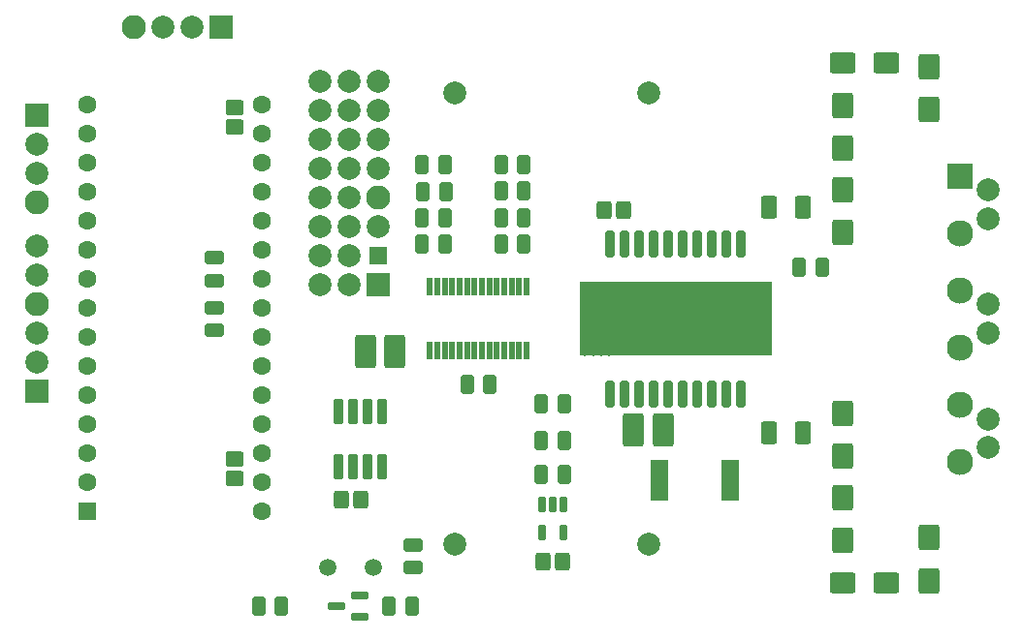
<source format=gbs>
G04 Layer_Color=16711935*
%FSLAX43Y43*%
%MOMM*%
G71*
G01*
G75*
%ADD24C,1.500*%
%ADD63C,2.000*%
%ADD64R,1.500X1.500*%
%ADD65R,2.000X2.000*%
%ADD66C,2.103*%
%ADD67C,1.600*%
%ADD68R,1.500X1.500*%
%ADD69R,2.000X2.000*%
%ADD70C,0.100*%
%ADD71C,2.300*%
%ADD72R,2.300X2.300*%
%ADD73C,0.800*%
G04:AMPARAMS|DCode=74|XSize=1.63mm|YSize=1.12mm|CornerRadius=0.177mm|HoleSize=0mm|Usage=FLASHONLY|Rotation=90.000|XOffset=0mm|YOffset=0mm|HoleType=Round|Shape=RoundedRectangle|*
%AMROUNDEDRECTD74*
21,1,1.630,0.765,0,0,90.0*
21,1,1.275,1.120,0,0,90.0*
1,1,0.355,0.383,0.637*
1,1,0.355,0.383,-0.637*
1,1,0.355,-0.383,-0.637*
1,1,0.355,-0.383,0.637*
%
%ADD74ROUNDEDRECTD74*%
G04:AMPARAMS|DCode=75|XSize=0.71mm|YSize=1.45mm|CornerRadius=0.126mm|HoleSize=0mm|Usage=FLASHONLY|Rotation=90.000|XOffset=0mm|YOffset=0mm|HoleType=Round|Shape=RoundedRectangle|*
%AMROUNDEDRECTD75*
21,1,0.710,1.198,0,0,90.0*
21,1,0.458,1.450,0,0,90.0*
1,1,0.253,0.599,0.229*
1,1,0.253,0.599,-0.229*
1,1,0.253,-0.599,-0.229*
1,1,0.253,-0.599,0.229*
%
%ADD75ROUNDEDRECTD75*%
G04:AMPARAMS|DCode=76|XSize=1.31mm|YSize=1.56mm|CornerRadius=0.201mm|HoleSize=0mm|Usage=FLASHONLY|Rotation=90.000|XOffset=0mm|YOffset=0mm|HoleType=Round|Shape=RoundedRectangle|*
%AMROUNDEDRECTD76*
21,1,1.310,1.157,0,0,90.0*
21,1,0.907,1.560,0,0,90.0*
1,1,0.403,0.579,0.454*
1,1,0.403,0.579,-0.454*
1,1,0.403,-0.579,-0.454*
1,1,0.403,-0.579,0.454*
%
%ADD76ROUNDEDRECTD76*%
G04:AMPARAMS|DCode=77|XSize=0.81mm|YSize=2.29mm|CornerRadius=0.139mm|HoleSize=0mm|Usage=FLASHONLY|Rotation=0.000|XOffset=0mm|YOffset=0mm|HoleType=Round|Shape=RoundedRectangle|*
%AMROUNDEDRECTD77*
21,1,0.810,2.013,0,0,0.0*
21,1,0.532,2.290,0,0,0.0*
1,1,0.278,0.266,-1.006*
1,1,0.278,-0.266,-1.006*
1,1,0.278,-0.266,1.006*
1,1,0.278,0.266,1.006*
%
%ADD77ROUNDEDRECTD77*%
%ADD78R,16.750X6.450*%
G04:AMPARAMS|DCode=79|XSize=1.57mm|YSize=0.51mm|CornerRadius=0.101mm|HoleSize=0mm|Usage=FLASHONLY|Rotation=270.000|XOffset=0mm|YOffset=0mm|HoleType=Round|Shape=RoundedRectangle|*
%AMROUNDEDRECTD79*
21,1,1.570,0.307,0,0,270.0*
21,1,1.367,0.510,0,0,270.0*
1,1,0.203,-0.154,-0.684*
1,1,0.203,-0.154,0.684*
1,1,0.203,0.154,0.684*
1,1,0.203,0.154,-0.684*
%
%ADD79ROUNDEDRECTD79*%
G04:AMPARAMS|DCode=80|XSize=0.71mm|YSize=1.36mm|CornerRadius=0.126mm|HoleSize=0mm|Usage=FLASHONLY|Rotation=180.000|XOffset=0mm|YOffset=0mm|HoleType=Round|Shape=RoundedRectangle|*
%AMROUNDEDRECTD80*
21,1,0.710,1.107,0,0,180.0*
21,1,0.458,1.360,0,0,180.0*
1,1,0.253,-0.229,0.554*
1,1,0.253,0.229,0.554*
1,1,0.253,0.229,-0.554*
1,1,0.253,-0.229,-0.554*
%
%ADD80ROUNDEDRECTD80*%
%ADD81R,1.550X3.530*%
G04:AMPARAMS|DCode=82|XSize=1.63mm|YSize=1.12mm|CornerRadius=0.177mm|HoleSize=0mm|Usage=FLASHONLY|Rotation=180.000|XOffset=0mm|YOffset=0mm|HoleType=Round|Shape=RoundedRectangle|*
%AMROUNDEDRECTD82*
21,1,1.630,0.765,0,0,180.0*
21,1,1.275,1.120,0,0,180.0*
1,1,0.355,-0.637,0.383*
1,1,0.355,0.637,0.383*
1,1,0.355,0.637,-0.383*
1,1,0.355,-0.637,-0.383*
%
%ADD82ROUNDEDRECTD82*%
G04:AMPARAMS|DCode=83|XSize=1.86mm|YSize=2.92mm|CornerRadius=0.27mm|HoleSize=0mm|Usage=FLASHONLY|Rotation=0.000|XOffset=0mm|YOffset=0mm|HoleType=Round|Shape=RoundedRectangle|*
%AMROUNDEDRECTD83*
21,1,1.860,2.380,0,0,0.0*
21,1,1.320,2.920,0,0,0.0*
1,1,0.540,0.660,-1.190*
1,1,0.540,-0.660,-1.190*
1,1,0.540,-0.660,1.190*
1,1,0.540,0.660,1.190*
%
%ADD83ROUNDEDRECTD83*%
G04:AMPARAMS|DCode=84|XSize=1.31mm|YSize=1.56mm|CornerRadius=0.201mm|HoleSize=0mm|Usage=FLASHONLY|Rotation=180.000|XOffset=0mm|YOffset=0mm|HoleType=Round|Shape=RoundedRectangle|*
%AMROUNDEDRECTD84*
21,1,1.310,1.157,0,0,180.0*
21,1,0.907,1.560,0,0,180.0*
1,1,0.403,-0.454,0.579*
1,1,0.403,0.454,0.579*
1,1,0.403,0.454,-0.579*
1,1,0.403,-0.454,-0.579*
%
%ADD84ROUNDEDRECTD84*%
G04:AMPARAMS|DCode=85|XSize=0.78mm|YSize=2.27mm|CornerRadius=0.135mm|HoleSize=0mm|Usage=FLASHONLY|Rotation=180.000|XOffset=0mm|YOffset=0mm|HoleType=Round|Shape=RoundedRectangle|*
%AMROUNDEDRECTD85*
21,1,0.780,2.000,0,0,180.0*
21,1,0.510,2.270,0,0,180.0*
1,1,0.270,-0.255,1.000*
1,1,0.270,0.255,1.000*
1,1,0.270,0.255,-1.000*
1,1,0.270,-0.255,-1.000*
%
%ADD85ROUNDEDRECTD85*%
G04:AMPARAMS|DCode=86|XSize=1.84mm|YSize=2.27mm|CornerRadius=0.268mm|HoleSize=0mm|Usage=FLASHONLY|Rotation=0.000|XOffset=0mm|YOffset=0mm|HoleType=Round|Shape=RoundedRectangle|*
%AMROUNDEDRECTD86*
21,1,1.840,1.735,0,0,0.0*
21,1,1.305,2.270,0,0,0.0*
1,1,0.535,0.652,-0.868*
1,1,0.535,-0.652,-0.868*
1,1,0.535,-0.652,0.868*
1,1,0.535,0.652,0.868*
%
%ADD86ROUNDEDRECTD86*%
G04:AMPARAMS|DCode=87|XSize=1.84mm|YSize=2.27mm|CornerRadius=0.268mm|HoleSize=0mm|Usage=FLASHONLY|Rotation=270.000|XOffset=0mm|YOffset=0mm|HoleType=Round|Shape=RoundedRectangle|*
%AMROUNDEDRECTD87*
21,1,1.840,1.735,0,0,270.0*
21,1,1.305,2.270,0,0,270.0*
1,1,0.535,-0.868,-0.652*
1,1,0.535,-0.868,0.652*
1,1,0.535,0.868,0.652*
1,1,0.535,0.868,-0.652*
%
%ADD87ROUNDEDRECTD87*%
G04:AMPARAMS|DCode=88|XSize=1.38mm|YSize=1.97mm|CornerRadius=0.21mm|HoleSize=0mm|Usage=FLASHONLY|Rotation=180.000|XOffset=0mm|YOffset=0mm|HoleType=Round|Shape=RoundedRectangle|*
%AMROUNDEDRECTD88*
21,1,1.380,1.550,0,0,180.0*
21,1,0.960,1.970,0,0,180.0*
1,1,0.420,-0.480,0.775*
1,1,0.420,0.480,0.775*
1,1,0.420,0.480,-0.775*
1,1,0.420,-0.480,-0.775*
%
%ADD88ROUNDEDRECTD88*%
D24*
X28267Y6264D02*
D03*
X32267D02*
D03*
D63*
X32667Y41124D02*
D03*
Y43664D02*
D03*
Y48744D02*
D03*
Y46204D02*
D03*
X30127D02*
D03*
Y48744D02*
D03*
Y43664D02*
D03*
Y41124D02*
D03*
X27587D02*
D03*
Y43664D02*
D03*
Y48744D02*
D03*
Y46204D02*
D03*
Y38584D02*
D03*
Y36044D02*
D03*
Y33504D02*
D03*
Y30964D02*
D03*
X30127D02*
D03*
Y33504D02*
D03*
Y36044D02*
D03*
Y38584D02*
D03*
X32667Y36044D02*
D03*
X56367Y47750D02*
D03*
X39367D02*
D03*
X56367Y8250D02*
D03*
X39367D02*
D03*
X2867Y34355D02*
D03*
Y26735D02*
D03*
Y24195D02*
D03*
Y31815D02*
D03*
X2867Y40704D02*
D03*
Y43244D02*
D03*
X13907Y53464D02*
D03*
X16447D02*
D03*
X85943Y29250D02*
D03*
Y26750D02*
D03*
Y19250D02*
D03*
Y16750D02*
D03*
Y39250D02*
D03*
Y36750D02*
D03*
D64*
X32667Y33504D02*
D03*
D65*
Y30964D02*
D03*
X2867Y21655D02*
D03*
X2867Y45784D02*
D03*
D66*
X32667Y38584D02*
D03*
X2867Y29275D02*
D03*
X2867Y38164D02*
D03*
X11367Y53464D02*
D03*
D67*
X22582Y13665D02*
D03*
Y16205D02*
D03*
Y18745D02*
D03*
Y21285D02*
D03*
Y28905D02*
D03*
Y26365D02*
D03*
Y23825D02*
D03*
Y36525D02*
D03*
Y33985D02*
D03*
Y31445D02*
D03*
Y44145D02*
D03*
Y41605D02*
D03*
Y39065D02*
D03*
Y46685D02*
D03*
Y11125D02*
D03*
X7342Y46685D02*
D03*
Y39065D02*
D03*
Y41605D02*
D03*
Y44145D02*
D03*
Y31445D02*
D03*
Y33985D02*
D03*
Y36525D02*
D03*
Y23825D02*
D03*
Y26365D02*
D03*
Y28905D02*
D03*
Y21285D02*
D03*
Y18745D02*
D03*
Y16205D02*
D03*
Y13665D02*
D03*
D68*
Y11125D02*
D03*
D69*
X18987Y53464D02*
D03*
D70*
X3500Y3500D02*
D03*
Y52500D02*
D03*
X61500D02*
D03*
Y3500D02*
D03*
D71*
X83543Y20500D02*
D03*
X83543Y30500D02*
D03*
X83543Y35500D02*
D03*
X83543Y25500D02*
D03*
Y15500D02*
D03*
D72*
Y40500D02*
D03*
D73*
X51467Y28664D02*
D03*
X50767Y28664D02*
D03*
X52167Y28664D02*
D03*
X51467Y27964D02*
D03*
X50767Y27964D02*
D03*
X52167Y27964D02*
D03*
X51467Y27264D02*
D03*
X50767Y27264D02*
D03*
X52167Y27264D02*
D03*
X51467Y26564D02*
D03*
X50767Y26564D02*
D03*
X52167Y26564D02*
D03*
Y25164D02*
D03*
Y25864D02*
D03*
X50767Y25864D02*
D03*
X51467Y25864D02*
D03*
X50767Y25164D02*
D03*
X51467Y25164D02*
D03*
X52167Y29364D02*
D03*
X50767Y29364D02*
D03*
X51467Y29364D02*
D03*
X52167Y30064D02*
D03*
X50767Y30064D02*
D03*
X51467Y30064D02*
D03*
X52167Y30764D02*
D03*
X50767Y30764D02*
D03*
X51467Y30764D02*
D03*
X52867Y30764D02*
D03*
Y30064D02*
D03*
Y29364D02*
D03*
Y25164D02*
D03*
Y25864D02*
D03*
Y26564D02*
D03*
Y27264D02*
D03*
Y27964D02*
D03*
Y28664D02*
D03*
D74*
X69441Y32520D02*
D03*
X71456Y32520D02*
D03*
X38549Y34500D02*
D03*
X36534Y34500D02*
D03*
X45449Y41500D02*
D03*
X43434Y41500D02*
D03*
X45449Y39167D02*
D03*
X43434Y39167D02*
D03*
X38549Y41500D02*
D03*
X36534Y41500D02*
D03*
X38624Y39142D02*
D03*
X36609D02*
D03*
X45449Y36833D02*
D03*
X43434Y36833D02*
D03*
X45449Y34500D02*
D03*
X43434Y34500D02*
D03*
X38549Y36833D02*
D03*
X36534Y36833D02*
D03*
X48974Y17364D02*
D03*
X46959D02*
D03*
Y20564D02*
D03*
X48974D02*
D03*
Y14364D02*
D03*
X46959D02*
D03*
X24274Y2864D02*
D03*
X22259D02*
D03*
X33618Y2900D02*
D03*
X35632D02*
D03*
X42474Y22264D02*
D03*
X40459D02*
D03*
D75*
X31067Y3814D02*
D03*
Y1914D02*
D03*
X29067Y2864D02*
D03*
D76*
X20217Y14049D02*
D03*
Y15739D02*
D03*
Y46509D02*
D03*
Y44819D02*
D03*
D77*
X52952Y34550D02*
D03*
X54222D02*
D03*
X55492D02*
D03*
X56762D02*
D03*
X58032D02*
D03*
X59302D02*
D03*
X60572D02*
D03*
X61842D02*
D03*
X63112D02*
D03*
X64382D02*
D03*
X52952Y21450D02*
D03*
X54222D02*
D03*
X55492D02*
D03*
X56762D02*
D03*
X58032D02*
D03*
X59302D02*
D03*
X60572D02*
D03*
X61842D02*
D03*
X63112D02*
D03*
X64382D02*
D03*
D78*
X58667Y28000D02*
D03*
D79*
X41117Y25190D02*
D03*
X41117Y30810D02*
D03*
X40467D02*
D03*
X37217D02*
D03*
X37867D02*
D03*
X38517D02*
D03*
X40467Y25190D02*
D03*
X37217D02*
D03*
X37867D02*
D03*
X38517D02*
D03*
X39167Y30810D02*
D03*
X39817D02*
D03*
X39167Y25190D02*
D03*
X39817D02*
D03*
X43717Y30810D02*
D03*
X43067D02*
D03*
X42417D02*
D03*
X41767D02*
D03*
X44367D02*
D03*
X45017D02*
D03*
X44367Y25190D02*
D03*
X41767D02*
D03*
X42417D02*
D03*
X43067D02*
D03*
X43717D02*
D03*
X45667Y30810D02*
D03*
Y25190D02*
D03*
X45017D02*
D03*
D80*
X47017Y9339D02*
D03*
X48917D02*
D03*
Y11789D02*
D03*
X47967D02*
D03*
X47017D02*
D03*
D81*
X57252Y13864D02*
D03*
X63482D02*
D03*
D82*
X35725Y8233D02*
D03*
Y6218D02*
D03*
X18367Y33372D02*
D03*
Y31357D02*
D03*
Y26957D02*
D03*
Y28972D02*
D03*
D83*
X57562Y18264D02*
D03*
X54972D02*
D03*
X34162Y25164D02*
D03*
X31572D02*
D03*
D84*
X29522Y12164D02*
D03*
X31212D02*
D03*
X47122Y6764D02*
D03*
X48812D02*
D03*
X54112Y37464D02*
D03*
X52422D02*
D03*
D85*
X33072Y15034D02*
D03*
X31802D02*
D03*
X30532D02*
D03*
X29262D02*
D03*
X33072Y19894D02*
D03*
X31802D02*
D03*
X30532D02*
D03*
X29262D02*
D03*
D86*
X73267Y8584D02*
D03*
Y12344D02*
D03*
Y15984D02*
D03*
Y19744D02*
D03*
X80767Y5084D02*
D03*
Y8844D02*
D03*
X73267Y46644D02*
D03*
Y42884D02*
D03*
X80767Y50044D02*
D03*
Y46284D02*
D03*
X73267Y39294D02*
D03*
Y35534D02*
D03*
D87*
X73287Y4864D02*
D03*
X77047D02*
D03*
X73287Y50364D02*
D03*
X77047D02*
D03*
D88*
X66795Y18040D02*
D03*
X69795D02*
D03*
X66795Y37740D02*
D03*
X69795D02*
D03*
M02*

</source>
